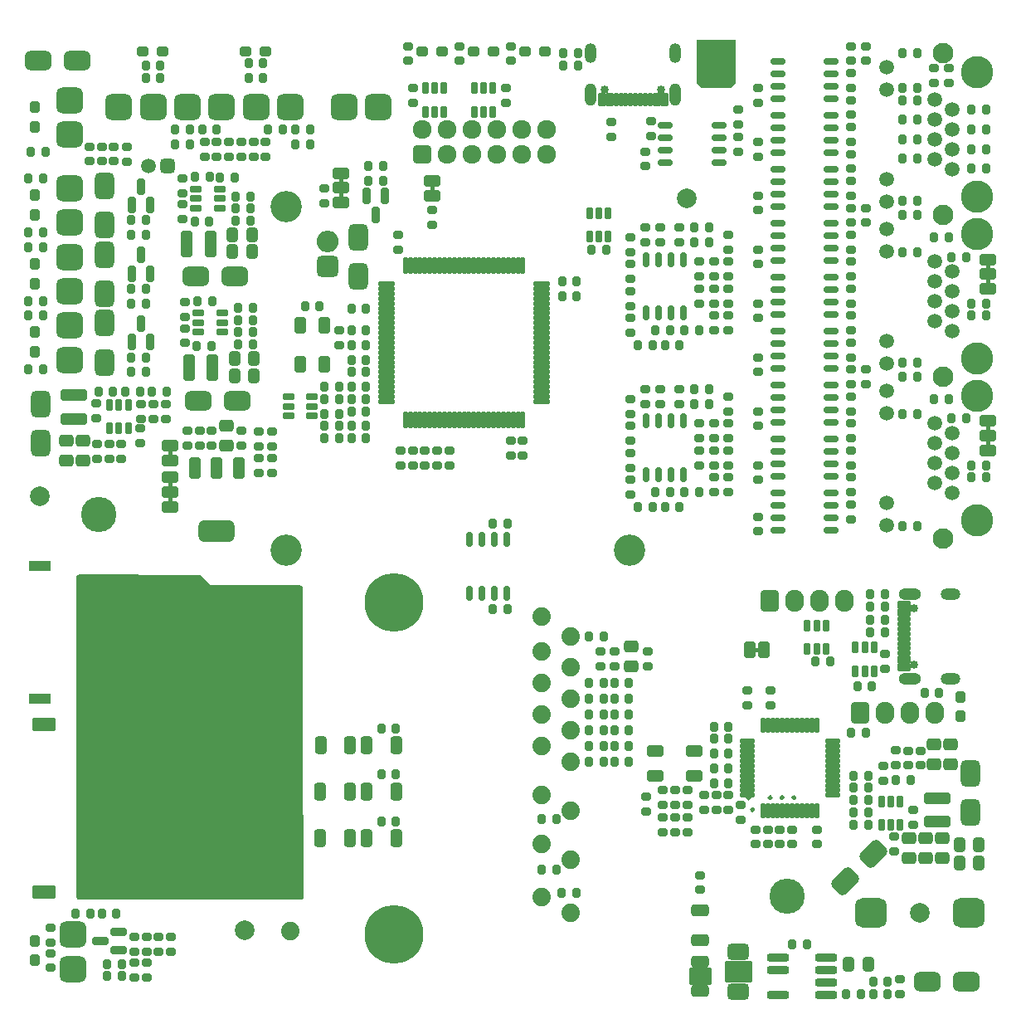
<source format=gts>
%TF.GenerationSoftware,KiCad,Pcbnew,8.0.1*%
%TF.CreationDate,2024-09-28T11:52:02+02:00*%
%TF.ProjectId,stmbl_5.0,73746d62-6c5f-4352-9e30-2e6b69636164,1.0*%
%TF.SameCoordinates,Original*%
%TF.FileFunction,Soldermask,Top*%
%TF.FilePolarity,Negative*%
%FSLAX46Y46*%
G04 Gerber Fmt 4.6, Leading zero omitted, Abs format (unit mm)*
G04 Created by KiCad (PCBNEW 8.0.1) date 2024-09-28 11:52:02*
%MOMM*%
%LPD*%
G01*
G04 APERTURE LIST*
G04 Aperture macros list*
%AMRoundRect*
0 Rectangle with rounded corners*
0 $1 Rounding radius*
0 $2 $3 $4 $5 $6 $7 $8 $9 X,Y pos of 4 corners*
0 Add a 4 corners polygon primitive as box body*
4,1,4,$2,$3,$4,$5,$6,$7,$8,$9,$2,$3,0*
0 Add four circle primitives for the rounded corners*
1,1,$1+$1,$2,$3*
1,1,$1+$1,$4,$5*
1,1,$1+$1,$6,$7*
1,1,$1+$1,$8,$9*
0 Add four rect primitives between the rounded corners*
20,1,$1+$1,$2,$3,$4,$5,0*
20,1,$1+$1,$4,$5,$6,$7,0*
20,1,$1+$1,$6,$7,$8,$9,0*
20,1,$1+$1,$8,$9,$2,$3,0*%
G04 Aperture macros list end*
%ADD10C,0.250000*%
%ADD11C,0.450000*%
%ADD12RoundRect,0.300000X0.300000X0.800000X-0.300000X0.800000X-0.300000X-0.800000X0.300000X-0.800000X0*%
%ADD13RoundRect,0.550000X1.300000X0.550000X-1.300000X0.550000X-1.300000X-0.550000X1.300000X-0.550000X0*%
%ADD14RoundRect,0.300000X0.550000X0.300000X-0.550000X0.300000X-0.550000X-0.300000X0.550000X-0.300000X0*%
%ADD15RoundRect,0.300000X-0.300000X0.550000X-0.300000X-0.550000X0.300000X-0.550000X0.300000X0.550000X0*%
%ADD16RoundRect,0.487500X-0.862500X-0.487500X0.862500X-0.487500X0.862500X0.487500X-0.862500X0.487500X0*%
%ADD17RoundRect,0.175000X0.175000X0.550000X-0.175000X0.550000X-0.175000X-0.550000X0.175000X-0.550000X0*%
%ADD18RoundRect,0.175000X-0.175000X-0.550000X0.175000X-0.550000X0.175000X0.550000X-0.175000X0.550000X0*%
%ADD19RoundRect,0.175000X-0.550000X0.175000X-0.550000X-0.175000X0.550000X-0.175000X0.550000X0.175000X0*%
%ADD20RoundRect,0.300000X1.050000X0.300000X-1.050000X0.300000X-1.050000X-0.300000X1.050000X-0.300000X0*%
%ADD21RoundRect,0.300000X0.300000X-1.050000X0.300000X1.050000X-0.300000X1.050000X-0.300000X-1.050000X0*%
%ADD22RoundRect,0.487500X0.487500X-0.862500X0.487500X0.862500X-0.487500X0.862500X-0.487500X-0.862500X0*%
%ADD23RoundRect,0.197500X0.302500X-0.197500X0.302500X0.197500X-0.302500X0.197500X-0.302500X-0.197500X0*%
%ADD24RoundRect,0.197500X0.197500X0.302500X-0.197500X0.302500X-0.197500X-0.302500X0.197500X-0.302500X0*%
%ADD25RoundRect,0.197500X-0.302500X0.197500X-0.302500X-0.197500X0.302500X-0.197500X0.302500X0.197500X0*%
%ADD26RoundRect,0.197500X-0.197500X-0.302500X0.197500X-0.302500X0.197500X0.302500X-0.197500X0.302500X0*%
%ADD27RoundRect,0.300000X-0.300000X-0.600000X0.300000X-0.600000X0.300000X0.600000X-0.300000X0.600000X0*%
%ADD28RoundRect,0.300000X0.600000X-0.300000X0.600000X0.300000X-0.600000X0.300000X-0.600000X-0.300000X0*%
%ADD29RoundRect,0.750000X-0.850000X-0.750000X0.850000X-0.750000X0.850000X0.750000X-0.850000X0.750000X0*%
%ADD30RoundRect,0.200000X-0.900000X0.200000X-0.900000X-0.200000X0.900000X-0.200000X0.900000X0.200000X0*%
%ADD31RoundRect,0.237500X-0.237500X0.362500X-0.237500X-0.362500X0.237500X-0.362500X0.237500X0.362500X0*%
%ADD32RoundRect,0.237500X0.362500X0.237500X-0.362500X0.237500X-0.362500X-0.237500X0.362500X-0.237500X0*%
%ADD33RoundRect,0.487500X-0.487500X0.862500X-0.487500X-0.862500X0.487500X-0.862500X0.487500X0.862500X0*%
%ADD34RoundRect,0.300000X-0.300000X-0.550000X0.300000X-0.550000X0.300000X0.550000X-0.300000X0.550000X0*%
%ADD35RoundRect,0.300000X0.550000X-0.300000X0.550000X0.300000X-0.550000X0.300000X-0.550000X-0.300000X0*%
%ADD36RoundRect,0.300000X-0.550000X0.300000X-0.550000X-0.300000X0.550000X-0.300000X0.550000X0.300000X0*%
%ADD37RoundRect,0.237500X0.237500X-0.362500X0.237500X0.362500X-0.237500X0.362500X-0.237500X-0.362500X0*%
%ADD38RoundRect,0.300000X0.425000X-0.300000X0.425000X0.300000X-0.425000X0.300000X-0.425000X-0.300000X0*%
%ADD39RoundRect,0.300000X0.300000X0.425000X-0.300000X0.425000X-0.300000X-0.425000X0.300000X-0.425000X0*%
%ADD40RoundRect,0.300000X-0.300000X-0.425000X0.300000X-0.425000X0.300000X0.425000X-0.300000X0.425000X0*%
%ADD41RoundRect,0.300000X-0.425000X0.300000X-0.425000X-0.300000X0.425000X-0.300000X0.425000X0.300000X0*%
%ADD42RoundRect,0.425000X0.425000X1.275000X-0.425000X1.275000X-0.425000X-1.275000X0.425000X-1.275000X0*%
%ADD43RoundRect,0.168750X-0.168750X0.431250X-0.168750X-0.431250X0.168750X-0.431250X0.168750X0.431250X0*%
%ADD44RoundRect,0.168750X0.168750X-0.431250X0.168750X0.431250X-0.168750X0.431250X-0.168750X-0.431250X0*%
%ADD45RoundRect,0.168750X0.431250X0.168750X-0.431250X0.168750X-0.431250X-0.168750X0.431250X-0.168750X0*%
%ADD46RoundRect,0.200000X0.200000X-0.637500X0.200000X0.637500X-0.200000X0.637500X-0.200000X-0.637500X0*%
%ADD47RoundRect,0.200000X-0.200000X0.637500X-0.200000X-0.637500X0.200000X-0.637500X0.200000X0.637500X0*%
%ADD48C,0.850000*%
%ADD49RoundRect,0.100000X0.300000X0.575000X-0.300000X0.575000X-0.300000X-0.575000X0.300000X-0.575000X0*%
%ADD50RoundRect,0.100000X0.150000X0.575000X-0.150000X0.575000X-0.150000X-0.575000X0.150000X-0.575000X0*%
%ADD51O,1.200000X2.300000*%
%ADD52O,1.200000X2.000000*%
%ADD53RoundRect,0.425000X0.675000X-0.425000X0.675000X0.425000X-0.675000X0.425000X-0.675000X-0.425000X0*%
%ADD54RoundRect,0.487500X-0.265165X-0.954594X0.954594X0.265165X0.265165X0.954594X-0.954594X-0.265165X0*%
%ADD55RoundRect,0.481800X0.481800X-0.634200X0.481800X0.634200X-0.481800X0.634200X-0.481800X-0.634200X0*%
%ADD56O,1.927200X2.232000*%
%ADD57RoundRect,0.112500X-0.637500X-0.112500X0.637500X-0.112500X0.637500X0.112500X-0.637500X0.112500X0*%
%ADD58RoundRect,0.112500X0.112500X-0.637500X0.112500X0.637500X-0.112500X0.637500X-0.112500X-0.637500X0*%
%ADD59RoundRect,0.112500X-0.737500X-0.112500X0.737500X-0.112500X0.737500X0.112500X-0.737500X0.112500X0*%
%ADD60RoundRect,0.112500X0.112500X-0.737500X0.112500X0.737500X-0.112500X0.737500X-0.112500X-0.737500X0*%
%ADD61C,2.000000*%
%ADD62RoundRect,0.200000X0.637500X0.200000X-0.637500X0.200000X-0.637500X-0.200000X0.637500X-0.200000X0*%
%ADD63RoundRect,0.100000X0.575000X-0.300000X0.575000X0.300000X-0.575000X0.300000X-0.575000X-0.300000X0*%
%ADD64RoundRect,0.100000X0.575000X-0.150000X0.575000X0.150000X-0.575000X0.150000X-0.575000X-0.150000X0*%
%ADD65O,2.300000X1.200000*%
%ADD66O,2.000000X1.200000*%
%ADD67C,3.600000*%
%ADD68RoundRect,0.300000X-1.050000X-0.300000X1.050000X-0.300000X1.050000X0.300000X-1.050000X0.300000X0*%
%ADD69C,3.300000*%
%ADD70C,1.500000*%
%ADD71C,2.100000*%
%ADD72RoundRect,0.558000X-0.558000X-0.558000X0.558000X-0.558000X0.558000X0.558000X-0.558000X0.558000X0*%
%ADD73O,2.232000X2.232000*%
%ADD74RoundRect,0.375000X0.375000X0.375000X-0.375000X0.375000X-0.375000X-0.375000X0.375000X-0.375000X0*%
%ADD75RoundRect,0.481800X-0.481800X-0.481800X0.481800X-0.481800X0.481800X0.481800X-0.481800X0.481800X0*%
%ADD76O,1.927200X1.927200*%
%ADD77C,1.700000*%
%ADD78RoundRect,0.675000X0.675000X-0.675000X0.675000X0.675000X-0.675000X0.675000X-0.675000X-0.675000X0*%
%ADD79RoundRect,0.675000X-0.675000X-0.675000X0.675000X-0.675000X0.675000X0.675000X-0.675000X0.675000X0*%
%ADD80C,6.000000*%
%ADD81C,1.880000*%
%ADD82C,4.300000*%
%ADD83RoundRect,0.100000X-1.100000X0.550000X-1.100000X-0.550000X1.100000X-0.550000X1.100000X0.550000X0*%
%ADD84RoundRect,0.100000X-1.000000X0.450000X-1.000000X-0.450000X1.000000X-0.450000X1.000000X0.450000X0*%
%ADD85RoundRect,1.075000X-1.075000X1.075000X-1.075000X-1.075000X1.075000X-1.075000X1.075000X1.075000X0*%
%ADD86RoundRect,0.100000X0.750000X-0.750000X0.750000X0.750000X-0.750000X0.750000X-0.750000X-0.750000X0*%
%ADD87C,3.200000*%
G04 APERTURE END LIST*
D10*
X175850000Y-127190000D02*
G75*
G02*
X175550000Y-127190000I-150000J0D01*
G01*
X175550000Y-127190000D02*
G75*
G02*
X175850000Y-127190000I150000J0D01*
G01*
X172440000Y-127190000D02*
G75*
G02*
X172140000Y-127190000I-150000J0D01*
G01*
X172140000Y-127190000D02*
G75*
G02*
X172440000Y-127190000I150000J0D01*
G01*
X172850000Y-128410000D02*
G75*
G02*
X172550000Y-128410000I-150000J0D01*
G01*
X172550000Y-128410000D02*
G75*
G02*
X172850000Y-128410000I150000J0D01*
G01*
X177060000Y-127180000D02*
G75*
G02*
X176760000Y-127180000I-150000J0D01*
G01*
X176760000Y-127180000D02*
G75*
G02*
X177060000Y-127180000I150000J0D01*
G01*
X168350000Y-146130000D02*
X166350000Y-146130000D01*
X166350000Y-144630000D01*
X168350000Y-144630000D01*
X168350000Y-146130000D01*
G36*
X168350000Y-146130000D02*
G01*
X166350000Y-146130000D01*
X166350000Y-144630000D01*
X168350000Y-144630000D01*
X168350000Y-146130000D01*
G37*
X172480000Y-145900000D02*
X169980000Y-145900000D01*
X169980000Y-143900000D01*
X172480000Y-143900000D01*
X172480000Y-145900000D01*
G36*
X172480000Y-145900000D02*
G01*
X169980000Y-145900000D01*
X169980000Y-143900000D01*
X172480000Y-143900000D01*
X172480000Y-145900000D01*
G37*
X174640000Y-127170000D02*
G75*
G02*
X174340000Y-127170000I-150000J0D01*
G01*
X174340000Y-127170000D02*
G75*
G02*
X174640000Y-127170000I150000J0D01*
G01*
D11*
X172381031Y-112048474D02*
X173881031Y-112048474D01*
X113250000Y-92750000D02*
X113250000Y-91250000D01*
X140000000Y-64250000D02*
X140000000Y-65750000D01*
X196750000Y-72250000D02*
X196750000Y-73750000D01*
X196750000Y-73750000D02*
X196750000Y-75250000D01*
X130700000Y-63450000D02*
X130700000Y-64950000D01*
X130700000Y-64950000D02*
X130700000Y-66450000D01*
X196750000Y-88750000D02*
X196750000Y-90250000D01*
X196750000Y-90250000D02*
X196750000Y-91750000D01*
X113250000Y-94500000D02*
X113250000Y-96000000D01*
X113250000Y-96000000D02*
X113250000Y-97500000D01*
D12*
X120250000Y-93500000D03*
X118000000Y-93500000D03*
D13*
X118000000Y-100000000D03*
D12*
X115750000Y-93500000D03*
D14*
X166741031Y-122428474D03*
X162741031Y-124928474D03*
X162741031Y-122428474D03*
X166741031Y-124928474D03*
D15*
X126500000Y-79000000D03*
X129000000Y-83000000D03*
X126500000Y-83000000D03*
X129000000Y-79000000D03*
D16*
X190491031Y-145928474D03*
X194491031Y-145928474D03*
D17*
X147645000Y-100855000D03*
X146375000Y-100855000D03*
X145105000Y-100855000D03*
X143835000Y-100855000D03*
X143835000Y-106355000D03*
X145105000Y-106355000D03*
X146375000Y-106355000D03*
X147645000Y-106355000D03*
D18*
X161845000Y-77750000D03*
X163115000Y-77750000D03*
X164385000Y-77750000D03*
X165655000Y-77750000D03*
X165655000Y-72250000D03*
X164385000Y-72250000D03*
X163115000Y-72250000D03*
X161845000Y-72250000D03*
X161845000Y-94250000D03*
X163115000Y-94250000D03*
X164385000Y-94250000D03*
X165655000Y-94250000D03*
X165655000Y-88750000D03*
X164385000Y-88750000D03*
X163115000Y-88750000D03*
X161845000Y-88750000D03*
D19*
X175250000Y-63095000D03*
X175250000Y-64365000D03*
X175250000Y-65635000D03*
X175250000Y-66905000D03*
X180750000Y-66905000D03*
X180750000Y-65635000D03*
X180750000Y-64365000D03*
X180750000Y-63095000D03*
X175250000Y-57595000D03*
X175250000Y-58865000D03*
X175250000Y-60135000D03*
X175250000Y-61405000D03*
X180750000Y-61405000D03*
X180750000Y-60135000D03*
X180750000Y-58865000D03*
X180750000Y-57595000D03*
X163750000Y-58595000D03*
X163750000Y-59865000D03*
X163750000Y-61135000D03*
X163750000Y-62405000D03*
X169250000Y-62405000D03*
X169250000Y-61135000D03*
X169250000Y-59865000D03*
X169250000Y-58595000D03*
X175250000Y-52095000D03*
X175250000Y-53365000D03*
X175250000Y-54635000D03*
X175250000Y-55905000D03*
X180750000Y-55905000D03*
X180750000Y-54635000D03*
X180750000Y-53365000D03*
X180750000Y-52095000D03*
X175250000Y-79595000D03*
X175250000Y-80865000D03*
X175250000Y-82135000D03*
X175250000Y-83405000D03*
X180750000Y-83405000D03*
X180750000Y-82135000D03*
X180750000Y-80865000D03*
X180750000Y-79595000D03*
X175250000Y-96095000D03*
X175250000Y-97365000D03*
X175250000Y-98635000D03*
X175250000Y-99905000D03*
X180750000Y-99905000D03*
X180750000Y-98635000D03*
X180750000Y-97365000D03*
X180750000Y-96095000D03*
X175250000Y-90595000D03*
X175250000Y-91865000D03*
X175250000Y-93135000D03*
X175250000Y-94405000D03*
X180750000Y-94405000D03*
X180750000Y-93135000D03*
X180750000Y-91865000D03*
X180750000Y-90595000D03*
X175250000Y-74095000D03*
X175250000Y-75365000D03*
X175250000Y-76635000D03*
X175250000Y-77905000D03*
X180750000Y-77905000D03*
X180750000Y-76635000D03*
X180750000Y-75365000D03*
X180750000Y-74095000D03*
X175250000Y-68595000D03*
X175250000Y-69865000D03*
X175250000Y-71135000D03*
X175250000Y-72405000D03*
X180750000Y-72405000D03*
X180750000Y-71135000D03*
X180750000Y-69865000D03*
X180750000Y-68595000D03*
X175250000Y-85095000D03*
X175250000Y-86365000D03*
X175250000Y-87635000D03*
X175250000Y-88905000D03*
X180750000Y-88905000D03*
X180750000Y-87635000D03*
X180750000Y-86365000D03*
X180750000Y-85095000D03*
D20*
X191581031Y-129640974D03*
X191581031Y-127240974D03*
D21*
X114937500Y-70680000D03*
X117337500Y-70680000D03*
D22*
X194901031Y-128710974D03*
X194901031Y-124710974D03*
D16*
X115820000Y-74020000D03*
X119820000Y-74020000D03*
D23*
X168750000Y-90500000D03*
X168750000Y-89000000D03*
X168750000Y-74000000D03*
X168750000Y-72500000D03*
X165250000Y-87000000D03*
X165250000Y-85500000D03*
X165250000Y-70500000D03*
X165250000Y-69000000D03*
D24*
X164250000Y-96000000D03*
X162750000Y-96000000D03*
X164250000Y-79500000D03*
X162750000Y-79500000D03*
D25*
X161750000Y-69000000D03*
X161750000Y-70500000D03*
X161750000Y-85500000D03*
X161750000Y-87000000D03*
X138000000Y-91750000D03*
X138000000Y-93250000D03*
X140500000Y-91750000D03*
X140500000Y-93250000D03*
X141750000Y-91750000D03*
X141750000Y-93250000D03*
X139250000Y-91750000D03*
X139250000Y-93250000D03*
D23*
X182750000Y-96000000D03*
X182750000Y-94500000D03*
X182750000Y-79500000D03*
X182750000Y-78000000D03*
X182750000Y-90500000D03*
X182750000Y-89000000D03*
X182750000Y-74000000D03*
X182750000Y-72500000D03*
X182750000Y-68500000D03*
X182750000Y-67000000D03*
X182750000Y-85000000D03*
X182750000Y-83500000D03*
D25*
X170250000Y-75250000D03*
X170250000Y-76750000D03*
D24*
X192750000Y-70000000D03*
X191250000Y-70000000D03*
X189500000Y-67750000D03*
X188000000Y-67750000D03*
D25*
X170250000Y-91750000D03*
X170250000Y-93250000D03*
D24*
X192750000Y-86500000D03*
X191250000Y-86500000D03*
X189500000Y-84250000D03*
X188000000Y-84250000D03*
D26*
X129000000Y-88000000D03*
X130500000Y-88000000D03*
X129000000Y-89250000D03*
X130500000Y-89250000D03*
D24*
X170241031Y-121178474D03*
X168741031Y-121178474D03*
D26*
X168741031Y-122678474D03*
X170241031Y-122678474D03*
D25*
X161820000Y-127070000D03*
X161820000Y-128570000D03*
D24*
X170241031Y-119928474D03*
X168741031Y-119928474D03*
X180641031Y-113298474D03*
X179141031Y-113298474D03*
D25*
X167741031Y-126928474D03*
X167741031Y-128428474D03*
D26*
X182991031Y-128678474D03*
X184491031Y-128678474D03*
D25*
X189061031Y-128428474D03*
X189061031Y-129928474D03*
D26*
X156250000Y-71250000D03*
X157750000Y-71250000D03*
D25*
X192750000Y-52750000D03*
X192750000Y-54250000D03*
D24*
X147650000Y-99200000D03*
X146150000Y-99200000D03*
D25*
X174241031Y-130428474D03*
X174241031Y-131928474D03*
X172991031Y-130428474D03*
X172991031Y-131928474D03*
D26*
X131750000Y-82500000D03*
X133250000Y-82500000D03*
X146150000Y-107900000D03*
X147650000Y-107900000D03*
X127000000Y-77000000D03*
X128500000Y-77000000D03*
D23*
X130500000Y-81000000D03*
X130500000Y-79500000D03*
D25*
X175491031Y-130428474D03*
X175491031Y-131928474D03*
D26*
X182991031Y-129928474D03*
X184491031Y-129928474D03*
X176741031Y-142178474D03*
X178241031Y-142178474D03*
X153180000Y-136890000D03*
X154680000Y-136890000D03*
X151190000Y-134560000D03*
X152690000Y-134560000D03*
X151150000Y-129390000D03*
X152650000Y-129390000D03*
D25*
X176741031Y-130428474D03*
X176741031Y-131928474D03*
D26*
X129000000Y-85250000D03*
X130500000Y-85250000D03*
D23*
X182750000Y-63000000D03*
X182750000Y-61500000D03*
X182750000Y-57500000D03*
X182750000Y-56000000D03*
X171250000Y-58500000D03*
X171250000Y-57000000D03*
X182750000Y-52000000D03*
X182750000Y-50500000D03*
D25*
X171491031Y-127928474D03*
X171491031Y-129428474D03*
X187151031Y-131148474D03*
X187151031Y-132648474D03*
D26*
X129000000Y-86500000D03*
X130500000Y-86500000D03*
D23*
X189891031Y-123888474D03*
X189891031Y-122388474D03*
X157141031Y-113778474D03*
X157141031Y-112278474D03*
D24*
X133250000Y-89250000D03*
X131750000Y-89250000D03*
D26*
X131750000Y-86500000D03*
X133250000Y-86500000D03*
D25*
X138000000Y-54750000D03*
X138000000Y-56250000D03*
D26*
X129000000Y-90500000D03*
X130500000Y-90500000D03*
X131750000Y-79500000D03*
X133250000Y-79500000D03*
D23*
X179241031Y-131928474D03*
X179241031Y-130428474D03*
D24*
X184240000Y-120590000D03*
X182740000Y-120590000D03*
D26*
X131750000Y-83750000D03*
X133250000Y-83750000D03*
D24*
X133250000Y-90500000D03*
X131750000Y-90500000D03*
D25*
X172141031Y-116250000D03*
X172141031Y-117750000D03*
D26*
X168741031Y-125678474D03*
X170241031Y-125678474D03*
D23*
X136750000Y-93250000D03*
X136750000Y-91750000D03*
X149250000Y-92250000D03*
X149250000Y-90750000D03*
D24*
X154750000Y-74500000D03*
X153250000Y-74500000D03*
D25*
X136500000Y-69750000D03*
X136500000Y-71250000D03*
X148000000Y-90750000D03*
X148000000Y-92250000D03*
D26*
X131750000Y-77250000D03*
X133250000Y-77250000D03*
X153250000Y-76000000D03*
X154750000Y-76000000D03*
D23*
X115000000Y-91250000D03*
X115000000Y-89750000D03*
D25*
X129010000Y-65040000D03*
X129010000Y-66540000D03*
D23*
X117500000Y-91250000D03*
X117500000Y-89750000D03*
D26*
X121250000Y-53750000D03*
X122750000Y-53750000D03*
D25*
X112790000Y-87010000D03*
X112790000Y-88510000D03*
D23*
X114520000Y-65480000D03*
X114520000Y-63980000D03*
D25*
X114520000Y-66650000D03*
X114520000Y-68150000D03*
D24*
X117230000Y-68420000D03*
X115730000Y-68420000D03*
D26*
X119920000Y-68280000D03*
X121420000Y-68280000D03*
X188000000Y-51250000D03*
X189500000Y-51250000D03*
X131750000Y-85250000D03*
X133250000Y-85250000D03*
D24*
X184491031Y-124928474D03*
X182991031Y-124928474D03*
D26*
X183391031Y-115798474D03*
X184891031Y-115798474D03*
D23*
X158624364Y-113778474D03*
X158624364Y-112278474D03*
D25*
X168991031Y-126928474D03*
X168991031Y-128428474D03*
D24*
X133250000Y-87750000D03*
X131750000Y-87750000D03*
D23*
X184250000Y-52000000D03*
X184250000Y-50500000D03*
D25*
X170250000Y-78000000D03*
X170250000Y-79500000D03*
X184250000Y-67000000D03*
X184250000Y-68500000D03*
X170250000Y-94500000D03*
X170250000Y-96000000D03*
X184250000Y-83500000D03*
X184250000Y-85000000D03*
D23*
X174530000Y-117740000D03*
X174530000Y-116240000D03*
D26*
X188000000Y-82750000D03*
X189500000Y-82750000D03*
X188000000Y-99500000D03*
X189500000Y-99500000D03*
X188000000Y-88000000D03*
X189500000Y-88000000D03*
X188000000Y-71500000D03*
X189500000Y-71500000D03*
D25*
X109580000Y-143990000D03*
X109580000Y-145490000D03*
D26*
X190241031Y-116508474D03*
X191741031Y-116508474D03*
X109250000Y-83750000D03*
X110750000Y-83750000D03*
X109250000Y-76750000D03*
X110750000Y-76750000D03*
X109250000Y-69750000D03*
X110750000Y-69750000D03*
X109250000Y-82250000D03*
X110750000Y-82250000D03*
X109250000Y-75250000D03*
X110750000Y-75250000D03*
X109250000Y-68250000D03*
X110750000Y-68250000D03*
D25*
X187343031Y-122368474D03*
X187343031Y-123868474D03*
D26*
X184991031Y-147178474D03*
X186491031Y-147178474D03*
X188000000Y-66250000D03*
X189500000Y-66250000D03*
X188000000Y-54750000D03*
X189500000Y-54750000D03*
D23*
X186041031Y-125438474D03*
X186041031Y-123938474D03*
D24*
X188841031Y-125398474D03*
X187341031Y-125398474D03*
D23*
X168750000Y-93250000D03*
X168750000Y-91750000D03*
X168750000Y-76750000D03*
X168750000Y-75250000D03*
X170250000Y-71250000D03*
X170250000Y-69750000D03*
X170250000Y-87750000D03*
X170250000Y-86250000D03*
D24*
X136281031Y-129568474D03*
X134781031Y-129568474D03*
D23*
X101040000Y-144540000D03*
X101040000Y-143040000D03*
D25*
X191250000Y-52750000D03*
X191250000Y-54250000D03*
D24*
X136291031Y-124808474D03*
X134791031Y-124808474D03*
D26*
X166750000Y-70500000D03*
X168250000Y-70500000D03*
X166750000Y-87000000D03*
X168250000Y-87000000D03*
X166750000Y-85500000D03*
X168250000Y-85500000D03*
X166750000Y-69000000D03*
X168250000Y-69000000D03*
D24*
X135000000Y-62750000D03*
X133500000Y-62750000D03*
D26*
X165750000Y-96000000D03*
X167250000Y-96000000D03*
X165750000Y-79500000D03*
X167250000Y-79500000D03*
X163750000Y-97500000D03*
X165250000Y-97500000D03*
X163750000Y-81000000D03*
X165250000Y-81000000D03*
D24*
X135000000Y-64250000D03*
X133500000Y-64250000D03*
D25*
X166041031Y-129178474D03*
X166041031Y-130678474D03*
X167250000Y-75250000D03*
X167250000Y-76750000D03*
X167250000Y-91750000D03*
X167250000Y-93250000D03*
D23*
X167250000Y-90500000D03*
X167250000Y-89000000D03*
X167250000Y-74000000D03*
X167250000Y-72500000D03*
D24*
X136301031Y-120098474D03*
X134801031Y-120098474D03*
D26*
X161000000Y-97500000D03*
X162500000Y-97500000D03*
X161000000Y-81000000D03*
X162500000Y-81000000D03*
D23*
X163250000Y-70500000D03*
X163250000Y-69000000D03*
X163250000Y-87000000D03*
X163250000Y-85500000D03*
X166041031Y-127928474D03*
X166041031Y-126428474D03*
D24*
X117270000Y-63850000D03*
X115770000Y-63850000D03*
D25*
X140000000Y-67250000D03*
X140000000Y-68750000D03*
D24*
X196500000Y-63000000D03*
X195000000Y-63000000D03*
D23*
X182750000Y-65750000D03*
X182750000Y-64250000D03*
D24*
X189500000Y-62000000D03*
X188000000Y-62000000D03*
X196500000Y-61000000D03*
X195000000Y-61000000D03*
D23*
X182750000Y-60250000D03*
X182750000Y-58750000D03*
D24*
X189500000Y-58000000D03*
X188000000Y-58000000D03*
X196500000Y-59000000D03*
X195000000Y-59000000D03*
D23*
X171250000Y-61250000D03*
X171250000Y-59750000D03*
D24*
X189500000Y-60000000D03*
X188000000Y-60000000D03*
X196500000Y-57000000D03*
X195000000Y-57000000D03*
D23*
X182750000Y-54750000D03*
X182750000Y-53250000D03*
D24*
X189500000Y-56000000D03*
X188000000Y-56000000D03*
D23*
X101040000Y-141940000D03*
X101040000Y-140440000D03*
X167341031Y-136578474D03*
X167341031Y-135078474D03*
D25*
X164791031Y-129178474D03*
X164791031Y-130678474D03*
X160250000Y-78250000D03*
X160250000Y-79750000D03*
X160250000Y-94750000D03*
X160250000Y-96250000D03*
D23*
X160250000Y-88000000D03*
X160250000Y-86500000D03*
X160250000Y-71500000D03*
X160250000Y-70000000D03*
X164791031Y-127928474D03*
X164791031Y-126428474D03*
D26*
X182241031Y-147178474D03*
X183741031Y-147178474D03*
D24*
X186491031Y-145928474D03*
X184991031Y-145928474D03*
D23*
X160250000Y-77000000D03*
X160250000Y-75500000D03*
X160250000Y-93500000D03*
X160250000Y-92000000D03*
D25*
X160250000Y-72750000D03*
X160250000Y-74250000D03*
X160250000Y-89250000D03*
X160250000Y-90750000D03*
D24*
X119810000Y-63880000D03*
X118310000Y-63880000D03*
D26*
X113750000Y-59000000D03*
X115250000Y-59000000D03*
X116500000Y-59000000D03*
X118000000Y-59000000D03*
D25*
X163541031Y-129178474D03*
X163541031Y-130678474D03*
X173250000Y-65750000D03*
X173250000Y-67250000D03*
X173250000Y-60250000D03*
X173250000Y-61750000D03*
X161750000Y-61250000D03*
X161750000Y-62750000D03*
X173250000Y-54750000D03*
X173250000Y-56250000D03*
D26*
X113750000Y-60500000D03*
X115250000Y-60500000D03*
X123250000Y-59000000D03*
X124750000Y-59000000D03*
D23*
X163541031Y-127928474D03*
X163541031Y-126428474D03*
D26*
X126000000Y-59000000D03*
X127500000Y-59000000D03*
D23*
X182750000Y-82250000D03*
X182750000Y-80750000D03*
X182750000Y-98750000D03*
X182750000Y-97250000D03*
X182750000Y-76750000D03*
X182750000Y-75250000D03*
X182750000Y-93250000D03*
X182750000Y-91750000D03*
X182750000Y-87750000D03*
X182750000Y-86250000D03*
X182750000Y-71250000D03*
X182750000Y-69750000D03*
D26*
X182991031Y-127378474D03*
X184491031Y-127378474D03*
D25*
X123630000Y-89810000D03*
X123630000Y-91310000D03*
X123630000Y-92560000D03*
X123630000Y-94060000D03*
D24*
X127500000Y-60500000D03*
X126000000Y-60500000D03*
D23*
X122310000Y-94060000D03*
X122310000Y-92560000D03*
X122310000Y-91310000D03*
X122310000Y-89810000D03*
D25*
X173250000Y-82250000D03*
X173250000Y-83750000D03*
X173250000Y-98500000D03*
X173250000Y-100000000D03*
X173250000Y-76750000D03*
X173250000Y-78250000D03*
X173250000Y-93250000D03*
X173250000Y-94750000D03*
X173250000Y-87750000D03*
X173250000Y-89250000D03*
X173250000Y-71250000D03*
X173250000Y-72750000D03*
D24*
X160091031Y-123478474D03*
X158591031Y-123478474D03*
D23*
X168750000Y-79500000D03*
X168750000Y-78000000D03*
X168750000Y-96000000D03*
X168750000Y-94500000D03*
D26*
X195000000Y-76750000D03*
X196500000Y-76750000D03*
D24*
X196500000Y-78000000D03*
X195000000Y-78000000D03*
D26*
X193000000Y-72000000D03*
X194500000Y-72000000D03*
X195000000Y-93250000D03*
X196500000Y-93250000D03*
D24*
X196500000Y-94500000D03*
X195000000Y-94500000D03*
D26*
X193000000Y-88500000D03*
X194500000Y-88500000D03*
D24*
X108330000Y-145380000D03*
X106830000Y-145380000D03*
D27*
X128581031Y-131288474D03*
X131581031Y-131288474D03*
X133311031Y-131268474D03*
X136311031Y-131268474D03*
X128591031Y-126558474D03*
X131591031Y-126558474D03*
X133321031Y-126538474D03*
X136321031Y-126538474D03*
X128601031Y-121818474D03*
X131601031Y-121818474D03*
X133331031Y-121798474D03*
X136331031Y-121798474D03*
D28*
X167341031Y-146878474D03*
X167341031Y-143878474D03*
X167341031Y-141678474D03*
X167341031Y-138678474D03*
D29*
X184741031Y-138928474D03*
X194741031Y-138928474D03*
D30*
X175291031Y-143523474D03*
X175291031Y-144793474D03*
X175291031Y-147333474D03*
X180191031Y-147333474D03*
X180191031Y-146063474D03*
X180191031Y-144793474D03*
X180191031Y-143523474D03*
D31*
X99440000Y-81694721D03*
X99440000Y-79694721D03*
X99390000Y-74719020D03*
X99390000Y-72719020D03*
X99390000Y-67719020D03*
X99390000Y-65719020D03*
D32*
X149475000Y-51060000D03*
X151475000Y-51060000D03*
X144225000Y-51060000D03*
X146225000Y-51060000D03*
X138975000Y-51060000D03*
X140975000Y-51060000D03*
X110475000Y-51060000D03*
X112475000Y-51060000D03*
X120975000Y-51060000D03*
X122975000Y-51060000D03*
D26*
X98750000Y-78000000D03*
X100250000Y-78000000D03*
X98750000Y-71000000D03*
X100250000Y-71000000D03*
X98750000Y-64000000D03*
X100250000Y-64000000D03*
D25*
X148000000Y-50500000D03*
X148000000Y-52000000D03*
X142750000Y-50500000D03*
X142750000Y-52000000D03*
X137500000Y-50500000D03*
X137500000Y-52000000D03*
D26*
X110750000Y-52500000D03*
X112250000Y-52500000D03*
X121250000Y-52250000D03*
X122750000Y-52250000D03*
D23*
X110830000Y-142880000D03*
X110830000Y-141380000D03*
X187741031Y-147178474D03*
X187741031Y-145678474D03*
D26*
X119920000Y-65820000D03*
X121420000Y-65820000D03*
D23*
X170250000Y-74000000D03*
X170250000Y-72500000D03*
X170250000Y-90500000D03*
X170250000Y-89000000D03*
D22*
X106500000Y-82750000D03*
X106500000Y-78750000D03*
X106500000Y-75750000D03*
X106500000Y-71750000D03*
X106500000Y-68750000D03*
X106500000Y-64750000D03*
D33*
X132450000Y-70000000D03*
X132450000Y-74000000D03*
D25*
X147500000Y-54750000D03*
X147500000Y-56250000D03*
D34*
X172381031Y-112048474D03*
X173881031Y-112048474D03*
D35*
X113250000Y-92750000D03*
X113250000Y-91250000D03*
D36*
X140000000Y-64250000D03*
X140000000Y-65750000D03*
D16*
X99750000Y-52000000D03*
X103750000Y-52000000D03*
D24*
X100250000Y-83500000D03*
X98750000Y-83500000D03*
X100250000Y-76500000D03*
X98750000Y-76500000D03*
X100250000Y-69500000D03*
X98750000Y-69500000D03*
D26*
X110750000Y-53750000D03*
X112250000Y-53750000D03*
D31*
X99390000Y-58719020D03*
X99390000Y-56719020D03*
D26*
X99000000Y-61250000D03*
X100500000Y-61250000D03*
D23*
X116250000Y-91250000D03*
X116250000Y-89750000D03*
X120500000Y-91250000D03*
X120500000Y-89750000D03*
X188621031Y-123888474D03*
X188621031Y-122388474D03*
D26*
X119920000Y-67050000D03*
X121420000Y-67050000D03*
D37*
X193941031Y-116898474D03*
X193941031Y-118898474D03*
D31*
X99450000Y-143790000D03*
X99450000Y-141790000D03*
D38*
X191241031Y-123738474D03*
X191241031Y-121738474D03*
X192931031Y-123738474D03*
X192931031Y-121738474D03*
D39*
X184491031Y-144178474D03*
X182491031Y-144178474D03*
D40*
X193801031Y-133878474D03*
X195801031Y-133878474D03*
D41*
X190377697Y-131298474D03*
X190377697Y-133298474D03*
D40*
X119570000Y-69720000D03*
X121570000Y-69720000D03*
D38*
X119000000Y-91250000D03*
X119000000Y-89250000D03*
D40*
X119570000Y-71470000D03*
X121570000Y-71470000D03*
D24*
X170241031Y-124178474D03*
X168741031Y-124178474D03*
X133250000Y-81000000D03*
X131750000Y-81000000D03*
D42*
X123191031Y-107778474D03*
X117691031Y-107778474D03*
X123191031Y-112278474D03*
X117691031Y-112278474D03*
X123241031Y-117028474D03*
X117741031Y-117028474D03*
D43*
X157950000Y-67550000D03*
X157000000Y-67550000D03*
X156050000Y-67550000D03*
X156050000Y-69950000D03*
X157000000Y-69950000D03*
X157950000Y-69950000D03*
D44*
X144300000Y-57200000D03*
X145250000Y-57200000D03*
X146200000Y-57200000D03*
X146200000Y-54800000D03*
X145250000Y-54800000D03*
X144300000Y-54800000D03*
D43*
X180191031Y-109598474D03*
X179241031Y-109598474D03*
X178291031Y-109598474D03*
X178291031Y-111998474D03*
X179241031Y-111998474D03*
X180191031Y-111998474D03*
D44*
X139300000Y-57200000D03*
X140250000Y-57200000D03*
X141200000Y-57200000D03*
X141200000Y-54800000D03*
X140250000Y-54800000D03*
X139300000Y-54800000D03*
D45*
X127700000Y-88200000D03*
X127700000Y-87250000D03*
X127700000Y-86300000D03*
X125300000Y-86300000D03*
X125300000Y-87250000D03*
X125300000Y-88200000D03*
D43*
X185091031Y-111848474D03*
X184141031Y-111848474D03*
X183191031Y-111848474D03*
X183191031Y-114248474D03*
X184141031Y-114248474D03*
X185091031Y-114248474D03*
D41*
X160307697Y-111778474D03*
X160307697Y-113778474D03*
D25*
X110830000Y-143990000D03*
X110830000Y-145490000D03*
X111500000Y-87010000D03*
X111500000Y-88510000D03*
D23*
X121750000Y-61750000D03*
X121750000Y-60250000D03*
X120500000Y-61750000D03*
X120500000Y-60250000D03*
D36*
X196750000Y-72250000D03*
X196750000Y-73750000D03*
X196750000Y-75250000D03*
X130700000Y-63450000D03*
X130700000Y-64950000D03*
X130700000Y-66450000D03*
X196750000Y-88750000D03*
X196750000Y-90250000D03*
X196750000Y-91750000D03*
D23*
X119250000Y-61750000D03*
X119250000Y-60250000D03*
D36*
X113250000Y-94500000D03*
X113250000Y-96000000D03*
X113250000Y-97500000D03*
D46*
X109300000Y-80687500D03*
X111200000Y-80687500D03*
X110250000Y-78812500D03*
X109300000Y-73687500D03*
X111200000Y-73687500D03*
X110250000Y-71812500D03*
X109300000Y-66687500D03*
X111200000Y-66687500D03*
X110250000Y-64812500D03*
D47*
X135200000Y-65812500D03*
X133300000Y-65812500D03*
X134250000Y-67687500D03*
D23*
X123000000Y-61750000D03*
X123000000Y-60250000D03*
X116750000Y-61750000D03*
X116750000Y-60250000D03*
D25*
X105000000Y-60750000D03*
X105000000Y-62250000D03*
X108800000Y-60760000D03*
X108800000Y-62260000D03*
X106250000Y-60750000D03*
X106250000Y-62250000D03*
X107500000Y-60750000D03*
X107500000Y-62250000D03*
D24*
X112880000Y-85770000D03*
X111380000Y-85770000D03*
D23*
X118000000Y-61750000D03*
X118000000Y-60250000D03*
D41*
X192091031Y-131298474D03*
X192091031Y-133298474D03*
D23*
X161991031Y-113778474D03*
X161991031Y-112278474D03*
D24*
X160091031Y-121878474D03*
X158591031Y-121878474D03*
D48*
X163390000Y-54915000D03*
X157610000Y-54915000D03*
D49*
X163700000Y-55990000D03*
X162900000Y-55990000D03*
D50*
X161750000Y-55990000D03*
X160750000Y-55990000D03*
X160250000Y-55990000D03*
X159250000Y-55990000D03*
D49*
X158100000Y-55990000D03*
X157300000Y-55990000D03*
X157300000Y-55990000D03*
X158100000Y-55990000D03*
D50*
X158750000Y-55990000D03*
X159750000Y-55990000D03*
X161250000Y-55990000D03*
X162250000Y-55990000D03*
D49*
X162900000Y-55990000D03*
X163700000Y-55990000D03*
D51*
X164820000Y-55415000D03*
D52*
X164820000Y-51235000D03*
D51*
X156180000Y-55415000D03*
D52*
X156180000Y-51235000D03*
D26*
X182991031Y-126178474D03*
X184491031Y-126178474D03*
D53*
X171241031Y-146928474D03*
X171241031Y-142928474D03*
D54*
X182164286Y-135715220D03*
X184992714Y-132886792D03*
D23*
X170241031Y-128428474D03*
X170241031Y-126928474D03*
D55*
X183650000Y-118510000D03*
D56*
X186190000Y-118510000D03*
X188730000Y-118510000D03*
X191270000Y-118510000D03*
D55*
X174440000Y-107080000D03*
D56*
X176980000Y-107080000D03*
X179520000Y-107080000D03*
X182060000Y-107080000D03*
D57*
X172141031Y-121428474D03*
X172141031Y-121928474D03*
X172141031Y-122428474D03*
X172141031Y-122928474D03*
X172141031Y-123428474D03*
X172141031Y-123928474D03*
X172141031Y-124428474D03*
X172141031Y-124928474D03*
X172141031Y-125428474D03*
X172141031Y-125928474D03*
X172141031Y-126428474D03*
X172141031Y-126928474D03*
D58*
X173741031Y-128528474D03*
X174241031Y-128528474D03*
X174741031Y-128528474D03*
X175241031Y-128528474D03*
X175741031Y-128528474D03*
X176241031Y-128528474D03*
X176741031Y-128528474D03*
X177241031Y-128528474D03*
X177741031Y-128528474D03*
X178241031Y-128528474D03*
X178741031Y-128528474D03*
X179241031Y-128528474D03*
D57*
X180841031Y-126928474D03*
X180841031Y-126428474D03*
X180841031Y-125928474D03*
X180841031Y-125428474D03*
X180841031Y-124928474D03*
X180841031Y-124428474D03*
X180841031Y-123928474D03*
X180841031Y-123428474D03*
X180841031Y-122928474D03*
X180841031Y-122428474D03*
X180841031Y-121928474D03*
X180841031Y-121428474D03*
D58*
X179241031Y-119828474D03*
X178741031Y-119828474D03*
X178241031Y-119828474D03*
X177741031Y-119828474D03*
X177241031Y-119828474D03*
X176741031Y-119828474D03*
X176241031Y-119828474D03*
X175741031Y-119828474D03*
X175241031Y-119828474D03*
X174741031Y-119828474D03*
X174241031Y-119828474D03*
X173741031Y-119828474D03*
D59*
X135350000Y-74750000D03*
X135350000Y-75250000D03*
X135350000Y-75750000D03*
X135350000Y-76250000D03*
X135350000Y-76750000D03*
X135350000Y-77250000D03*
X135350000Y-77750000D03*
X135350000Y-78250000D03*
X135350000Y-78750000D03*
X135350000Y-79250000D03*
X135350000Y-79750000D03*
X135350000Y-80250000D03*
X135350000Y-80750000D03*
X135350000Y-81250000D03*
X135350000Y-81750000D03*
X135350000Y-82250000D03*
X135350000Y-82750000D03*
X135350000Y-83250000D03*
X135350000Y-83750000D03*
X135350000Y-84250000D03*
X135350000Y-84750000D03*
X135350000Y-85250000D03*
X135350000Y-85750000D03*
X135350000Y-86250000D03*
X135350000Y-86750000D03*
D60*
X137250000Y-88650000D03*
X137750000Y-88650000D03*
X138250000Y-88650000D03*
X138750000Y-88650000D03*
X139250000Y-88650000D03*
X139750000Y-88650000D03*
X140250000Y-88650000D03*
X140750000Y-88650000D03*
X141250000Y-88650000D03*
X141750000Y-88650000D03*
X142250000Y-88650000D03*
X142750000Y-88650000D03*
X143250000Y-88650000D03*
X143750000Y-88650000D03*
X144250000Y-88650000D03*
X144750000Y-88650000D03*
X145250000Y-88650000D03*
X145750000Y-88650000D03*
X146250000Y-88650000D03*
X146750000Y-88650000D03*
X147250000Y-88650000D03*
X147750000Y-88650000D03*
X148250000Y-88650000D03*
X148750000Y-88650000D03*
X149250000Y-88650000D03*
D59*
X151150000Y-86750000D03*
X151150000Y-86250000D03*
X151150000Y-85750000D03*
X151150000Y-85250000D03*
X151150000Y-84750000D03*
X151150000Y-84250000D03*
X151150000Y-83750000D03*
X151150000Y-83250000D03*
X151150000Y-82750000D03*
X151150000Y-82250000D03*
X151150000Y-81750000D03*
X151150000Y-81250000D03*
X151150000Y-80750000D03*
X151150000Y-80250000D03*
X151150000Y-79750000D03*
X151150000Y-79250000D03*
X151150000Y-78750000D03*
X151150000Y-78250000D03*
X151150000Y-77750000D03*
X151150000Y-77250000D03*
X151150000Y-76750000D03*
X151150000Y-76250000D03*
X151150000Y-75750000D03*
X151150000Y-75250000D03*
X151150000Y-74750000D03*
D60*
X149250000Y-72850000D03*
X148750000Y-72850000D03*
X148250000Y-72850000D03*
X147750000Y-72850000D03*
X147250000Y-72850000D03*
X146750000Y-72850000D03*
X146250000Y-72850000D03*
X145750000Y-72850000D03*
X145250000Y-72850000D03*
X144750000Y-72850000D03*
X144250000Y-72850000D03*
X143750000Y-72850000D03*
X143250000Y-72850000D03*
X142750000Y-72850000D03*
X142250000Y-72850000D03*
X141750000Y-72850000D03*
X141250000Y-72850000D03*
X140750000Y-72850000D03*
X140250000Y-72850000D03*
X139750000Y-72850000D03*
X139250000Y-72850000D03*
X138750000Y-72850000D03*
X138250000Y-72850000D03*
X137750000Y-72850000D03*
X137250000Y-72850000D03*
D41*
X188664364Y-131298474D03*
X188664364Y-133298474D03*
D40*
X193801031Y-131948474D03*
X195801031Y-131948474D03*
D61*
X189780000Y-138930000D03*
X166000000Y-66000000D03*
D62*
X107970000Y-142770000D03*
X107970000Y-140870000D03*
X106095000Y-141820000D03*
D25*
X109580000Y-141380000D03*
X109580000Y-142880000D03*
D26*
X106830000Y-144130000D03*
X108330000Y-144130000D03*
D25*
X112080000Y-141380000D03*
X112080000Y-142880000D03*
D23*
X113330000Y-142880000D03*
X113330000Y-141380000D03*
D24*
X107750000Y-139000000D03*
X106250000Y-139000000D03*
X105070000Y-138970000D03*
X103570000Y-138970000D03*
D48*
X189215000Y-113590000D03*
X189215000Y-107810000D03*
D63*
X188140000Y-113900000D03*
X188140000Y-113100000D03*
D64*
X188140000Y-111950000D03*
X188140000Y-110950000D03*
X188140000Y-110450000D03*
X188140000Y-109450000D03*
D63*
X188140000Y-108300000D03*
X188140000Y-107500000D03*
X188140000Y-107500000D03*
X188140000Y-108300000D03*
D64*
X188140000Y-108950000D03*
X188140000Y-109950000D03*
X188140000Y-111450000D03*
X188140000Y-112450000D03*
D63*
X188140000Y-113100000D03*
X188140000Y-113900000D03*
D65*
X188715000Y-115020000D03*
D66*
X192895000Y-115020000D03*
D65*
X188715000Y-106380000D03*
D66*
X192895000Y-106380000D03*
D26*
X120167500Y-79685000D03*
X121667500Y-79685000D03*
D24*
X186191031Y-107698474D03*
X184691031Y-107698474D03*
D26*
X155991031Y-115478474D03*
X157491031Y-115478474D03*
D24*
X117477500Y-81055000D03*
X115977500Y-81055000D03*
X160091031Y-117078474D03*
X158591031Y-117078474D03*
X107430000Y-85710000D03*
X105930000Y-85710000D03*
D23*
X158300000Y-59750000D03*
X158300000Y-58250000D03*
X110230000Y-88510000D03*
X110230000Y-87010000D03*
D40*
X119817500Y-82355000D03*
X121817500Y-82355000D03*
D25*
X105800000Y-91110000D03*
X105800000Y-92610000D03*
D67*
X176241031Y-137228474D03*
D26*
X184690000Y-106420000D03*
X186190000Y-106420000D03*
D25*
X114767500Y-79285000D03*
X114767500Y-80785000D03*
D24*
X154850000Y-51200000D03*
X153350000Y-51200000D03*
D26*
X155991031Y-121878474D03*
X157491031Y-121878474D03*
X155991031Y-117078474D03*
X157491031Y-117078474D03*
D41*
X102610000Y-90760000D03*
X102610000Y-92760000D03*
D23*
X186210000Y-114040000D03*
X186210000Y-112540000D03*
D25*
X107030000Y-91110000D03*
X107030000Y-92610000D03*
D26*
X155991031Y-123478474D03*
X157491031Y-123478474D03*
D25*
X108260000Y-91110000D03*
X108260000Y-92610000D03*
D26*
X155991031Y-120328474D03*
X157491031Y-120328474D03*
D24*
X117517500Y-76485000D03*
X116017500Y-76485000D03*
X121660000Y-77230000D03*
X120160000Y-77230000D03*
X160091031Y-118678474D03*
X158591031Y-118678474D03*
X154850000Y-52500000D03*
X153350000Y-52500000D03*
D61*
X99940000Y-96430000D03*
D16*
X116067500Y-86655000D03*
X120067500Y-86655000D03*
D45*
X118282500Y-67015000D03*
X118282500Y-66065000D03*
X118282500Y-65115000D03*
X115882500Y-65115000D03*
X115882500Y-66065000D03*
X115882500Y-67015000D03*
X118530000Y-79650000D03*
X118530000Y-78700000D03*
X118530000Y-77750000D03*
X116130000Y-77750000D03*
X116130000Y-78700000D03*
X116130000Y-79650000D03*
D23*
X162300000Y-59650000D03*
X162300000Y-58150000D03*
D26*
X155991031Y-118678474D03*
X157491031Y-118678474D03*
D44*
X107065000Y-89472500D03*
X108015000Y-89472500D03*
X108965000Y-89472500D03*
X108965000Y-87072500D03*
X108015000Y-87072500D03*
X107065000Y-87072500D03*
D68*
X103400000Y-86127500D03*
X103400000Y-88527500D03*
D67*
X105970000Y-98280000D03*
D23*
X105660000Y-88420000D03*
X105660000Y-86920000D03*
D24*
X160091031Y-120328474D03*
X158591031Y-120328474D03*
D23*
X110200000Y-91000000D03*
X110200000Y-89500000D03*
D41*
X104360000Y-90760000D03*
X104360000Y-92760000D03*
D40*
X119817500Y-84105000D03*
X121817500Y-84105000D03*
D26*
X120167500Y-80915000D03*
X121667500Y-80915000D03*
X184691031Y-108998474D03*
X186191031Y-108998474D03*
D33*
X100060000Y-87010000D03*
X100060000Y-91010000D03*
D26*
X155991031Y-110728474D03*
X157491031Y-110728474D03*
D61*
X120881031Y-140708474D03*
D23*
X114767500Y-78115000D03*
X114767500Y-76615000D03*
D43*
X187776031Y-127535974D03*
X186826031Y-127535974D03*
X185876031Y-127535974D03*
X185876031Y-129935974D03*
X186826031Y-129935974D03*
X187776031Y-129935974D03*
D26*
X108655000Y-85710000D03*
X110155000Y-85710000D03*
D24*
X160091031Y-115478474D03*
X158591031Y-115478474D03*
D21*
X115185000Y-83315000D03*
X117585000Y-83315000D03*
D26*
X120167500Y-78455000D03*
X121667500Y-78455000D03*
X184691031Y-110298474D03*
X186191031Y-110298474D03*
D69*
X195600000Y-98850000D03*
X195600000Y-86150000D03*
D70*
X193060000Y-96070000D03*
X191280000Y-95050000D03*
X193060000Y-94030000D03*
X191280000Y-93010000D03*
X193060000Y-91990000D03*
X191280000Y-90970000D03*
X193060000Y-89950000D03*
X191280000Y-88930000D03*
X186420000Y-87930000D03*
X186420000Y-85640000D03*
X186420000Y-99360000D03*
X186420000Y-97070000D03*
D71*
X192170000Y-100750000D03*
X192170000Y-84250000D03*
D69*
X195600000Y-82350000D03*
X195600000Y-69650000D03*
D70*
X193060000Y-79570000D03*
X191280000Y-78550000D03*
X193060000Y-77530000D03*
X191280000Y-76510000D03*
X193060000Y-75490000D03*
X191280000Y-74470000D03*
X193060000Y-73450000D03*
X191280000Y-72430000D03*
X186420000Y-71430000D03*
X186420000Y-69140000D03*
X186420000Y-82860000D03*
X186420000Y-80570000D03*
D71*
X192170000Y-84250000D03*
X192170000Y-67750000D03*
D69*
X195600000Y-65850000D03*
X195600000Y-53150000D03*
D70*
X193060000Y-63070000D03*
X191280000Y-62050000D03*
X193060000Y-61030000D03*
X191280000Y-60010000D03*
X193060000Y-58990000D03*
X191280000Y-57970000D03*
X193060000Y-56950000D03*
X191280000Y-55930000D03*
X186420000Y-54930000D03*
X186420000Y-52640000D03*
X186420000Y-66360000D03*
X186420000Y-64070000D03*
D71*
X192170000Y-67750000D03*
X192170000Y-51250000D03*
D72*
X129300000Y-72940000D03*
D73*
X129300000Y-70400000D03*
D74*
X113000000Y-62750000D03*
D70*
X111000000Y-62750000D03*
D75*
X139000000Y-61500000D03*
D76*
X139000000Y-58960000D03*
X141540000Y-61500000D03*
X141540000Y-58960000D03*
X144080000Y-61500000D03*
X144080000Y-58960000D03*
X146620000Y-61500000D03*
X146620000Y-58960000D03*
X149160000Y-61500000D03*
X149160000Y-58960000D03*
X151700000Y-61500000D03*
X151700000Y-58960000D03*
D77*
X103350000Y-144650000D03*
D78*
X103350000Y-144650000D03*
D77*
X103350000Y-141150000D03*
D78*
X103350000Y-141150000D03*
D77*
X103000000Y-59500000D03*
D78*
X103000000Y-59500000D03*
D77*
X103000000Y-56000000D03*
D78*
X103000000Y-56000000D03*
D77*
X103000000Y-82500000D03*
D78*
X103000000Y-82500000D03*
D77*
X103000000Y-79000000D03*
D78*
X103000000Y-79000000D03*
D77*
X103000000Y-75500000D03*
D78*
X103000000Y-75500000D03*
D77*
X103000000Y-72000000D03*
D78*
X103000000Y-72000000D03*
D77*
X103000000Y-68500000D03*
D78*
X103000000Y-68500000D03*
D77*
X103000000Y-65000000D03*
D78*
X103000000Y-65000000D03*
D77*
X108000000Y-56750000D03*
D79*
X108000000Y-56750000D03*
D77*
X111500000Y-56750000D03*
D79*
X111500000Y-56750000D03*
D77*
X115000000Y-56750000D03*
D79*
X115000000Y-56750000D03*
D77*
X118500000Y-56750000D03*
D79*
X118500000Y-56750000D03*
D77*
X122000000Y-56750000D03*
D79*
X122000000Y-56750000D03*
D77*
X125500000Y-56750000D03*
D79*
X125500000Y-56750000D03*
D77*
X131000000Y-56750000D03*
D79*
X131000000Y-56750000D03*
D77*
X134500000Y-56750000D03*
D79*
X134500000Y-56750000D03*
D80*
X136126031Y-107288474D03*
X136126031Y-141088474D03*
D81*
X154126031Y-138888474D03*
X151126031Y-137288474D03*
X154126031Y-133488474D03*
X151126031Y-131888474D03*
X154126031Y-128488474D03*
X151126031Y-126888474D03*
X154126031Y-123488474D03*
X151126031Y-121888474D03*
X154126031Y-120288474D03*
X151126031Y-118688474D03*
X154126031Y-117088474D03*
X151126031Y-115488474D03*
X154126031Y-113888474D03*
X151126031Y-112288474D03*
X154126031Y-110688474D03*
X151126031Y-108688474D03*
X125526031Y-107633474D03*
X125526031Y-112363474D03*
X125526031Y-117093474D03*
X125526031Y-121823474D03*
X125526031Y-126553474D03*
X125526031Y-131283474D03*
X125526031Y-136013474D03*
X125526031Y-140743474D03*
D82*
X106360000Y-122750000D03*
X106360000Y-128250000D03*
X106360000Y-133750000D03*
D83*
X100360000Y-136800000D03*
X100360000Y-119700000D03*
D84*
X99930000Y-103540000D03*
X99930000Y-117040000D03*
D85*
X105930000Y-106690000D03*
D82*
X105930000Y-113890000D03*
D86*
X114751031Y-135778474D03*
D77*
X114751031Y-113278474D03*
D87*
X125100000Y-101900000D03*
X160100000Y-101900000D03*
X125100000Y-66900000D03*
G36*
X170943039Y-49839646D02*
G01*
X170988794Y-49892450D01*
X171000000Y-49943961D01*
X171000000Y-54198559D01*
X170980315Y-54265598D01*
X170963586Y-54286335D01*
X170535218Y-54713776D01*
X170473859Y-54747195D01*
X170447632Y-54750000D01*
X167533142Y-54750000D01*
X167466103Y-54730315D01*
X167443718Y-54711903D01*
X167034576Y-54285993D01*
X167002329Y-54224010D01*
X167000000Y-54200090D01*
X167000000Y-49943962D01*
X167019685Y-49876923D01*
X167072489Y-49831168D01*
X167124000Y-49819962D01*
X170876000Y-49819961D01*
X170943039Y-49839646D01*
G37*
G36*
X116196706Y-104439821D02*
G01*
X116220427Y-104442149D01*
X116278829Y-104453629D01*
X116322782Y-104471524D01*
X116372602Y-104504106D01*
X116391204Y-104519009D01*
X117347213Y-105449180D01*
X117427463Y-105501618D01*
X117427464Y-105501619D01*
X117521556Y-105520000D01*
X126527789Y-105520000D01*
X126551980Y-105522383D01*
X126611480Y-105534218D01*
X126656179Y-105552732D01*
X126696268Y-105579518D01*
X126730481Y-105613731D01*
X126757267Y-105653820D01*
X126775781Y-105698517D01*
X126787617Y-105758017D01*
X126790000Y-105782210D01*
X126790000Y-120400007D01*
X126790002Y-120400487D01*
X126790002Y-120400571D01*
X126849080Y-137316776D01*
X126846770Y-137341036D01*
X126835085Y-137400713D01*
X126816638Y-137445567D01*
X126789868Y-137485808D01*
X126755622Y-137520159D01*
X126715466Y-137547050D01*
X126670669Y-137565634D01*
X126611024Y-137577502D01*
X126586771Y-137579886D01*
X103951945Y-137570113D01*
X103927769Y-137567723D01*
X103868308Y-137555876D01*
X103823643Y-137537365D01*
X103783581Y-137510594D01*
X103749388Y-137476407D01*
X103722610Y-137436349D01*
X103704092Y-137391687D01*
X103692235Y-137332228D01*
X103689841Y-137308053D01*
X103670158Y-104682775D01*
X103672533Y-104658548D01*
X103684365Y-104598964D01*
X103702903Y-104554203D01*
X103729733Y-104514068D01*
X103764007Y-104479827D01*
X103804171Y-104453034D01*
X103848953Y-104434539D01*
X103908549Y-104422766D01*
X103932776Y-104420415D01*
X116196706Y-104439821D01*
G37*
M02*

</source>
